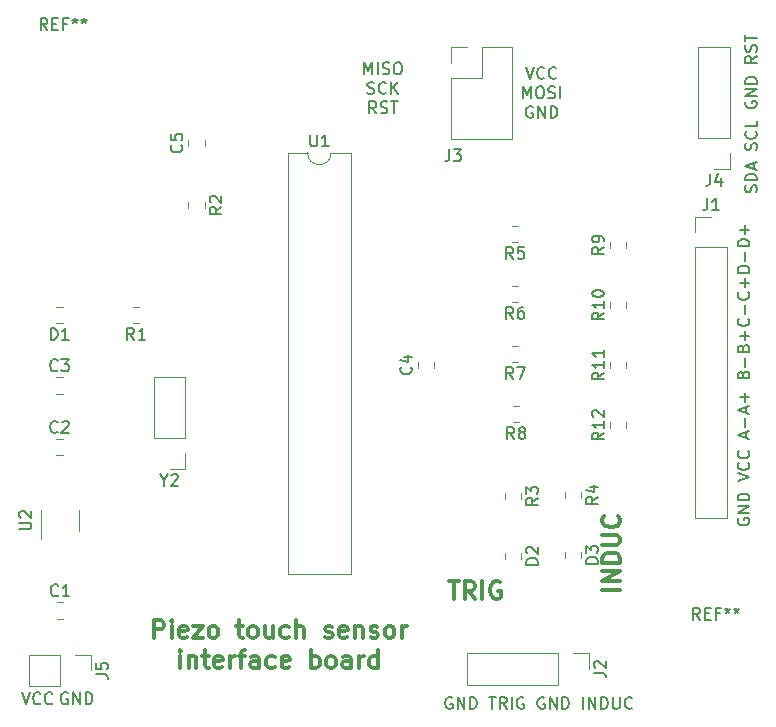
<source format=gto>
G04 #@! TF.GenerationSoftware,KiCad,Pcbnew,(5.1.2)-1*
G04 #@! TF.CreationDate,2019-09-17T06:22:35+02:00*
G04 #@! TF.ProjectId,PiezoBedSensor,5069657a-6f42-4656-9453-656e736f722e,rev?*
G04 #@! TF.SameCoordinates,Original*
G04 #@! TF.FileFunction,Legend,Top*
G04 #@! TF.FilePolarity,Positive*
%FSLAX46Y46*%
G04 Gerber Fmt 4.6, Leading zero omitted, Abs format (unit mm)*
G04 Created by KiCad (PCBNEW (5.1.2)-1) date 2019-09-17 06:22:35*
%MOMM*%
%LPD*%
G04 APERTURE LIST*
%ADD10C,0.300000*%
%ADD11C,0.150000*%
%ADD12C,0.120000*%
G04 APERTURE END LIST*
D10*
X147617571Y-99718428D02*
X146117571Y-99718428D01*
X147617571Y-99004142D02*
X146117571Y-99004142D01*
X147617571Y-98147000D01*
X146117571Y-98147000D01*
X147617571Y-97432714D02*
X146117571Y-97432714D01*
X146117571Y-97075571D01*
X146189000Y-96861285D01*
X146331857Y-96718428D01*
X146474714Y-96647000D01*
X146760428Y-96575571D01*
X146974714Y-96575571D01*
X147260428Y-96647000D01*
X147403285Y-96718428D01*
X147546142Y-96861285D01*
X147617571Y-97075571D01*
X147617571Y-97432714D01*
X146117571Y-95932714D02*
X147331857Y-95932714D01*
X147474714Y-95861285D01*
X147546142Y-95789857D01*
X147617571Y-95647000D01*
X147617571Y-95361285D01*
X147546142Y-95218428D01*
X147474714Y-95147000D01*
X147331857Y-95075571D01*
X146117571Y-95075571D01*
X147474714Y-93504142D02*
X147546142Y-93575571D01*
X147617571Y-93789857D01*
X147617571Y-93932714D01*
X147546142Y-94147000D01*
X147403285Y-94289857D01*
X147260428Y-94361285D01*
X146974714Y-94432714D01*
X146760428Y-94432714D01*
X146474714Y-94361285D01*
X146331857Y-94289857D01*
X146189000Y-94147000D01*
X146117571Y-93932714D01*
X146117571Y-93789857D01*
X146189000Y-93575571D01*
X146260428Y-93504142D01*
X133096285Y-99000571D02*
X133953428Y-99000571D01*
X133524857Y-100500571D02*
X133524857Y-99000571D01*
X135310571Y-100500571D02*
X134810571Y-99786285D01*
X134453428Y-100500571D02*
X134453428Y-99000571D01*
X135024857Y-99000571D01*
X135167714Y-99072000D01*
X135239142Y-99143428D01*
X135310571Y-99286285D01*
X135310571Y-99500571D01*
X135239142Y-99643428D01*
X135167714Y-99714857D01*
X135024857Y-99786285D01*
X134453428Y-99786285D01*
X135953428Y-100500571D02*
X135953428Y-99000571D01*
X137453428Y-99072000D02*
X137310571Y-99000571D01*
X137096285Y-99000571D01*
X136882000Y-99072000D01*
X136739142Y-99214857D01*
X136667714Y-99357714D01*
X136596285Y-99643428D01*
X136596285Y-99857714D01*
X136667714Y-100143428D01*
X136739142Y-100286285D01*
X136882000Y-100429142D01*
X137096285Y-100500571D01*
X137239142Y-100500571D01*
X137453428Y-100429142D01*
X137524857Y-100357714D01*
X137524857Y-99857714D01*
X137239142Y-99857714D01*
X108137857Y-103797571D02*
X108137857Y-102297571D01*
X108709285Y-102297571D01*
X108852142Y-102369000D01*
X108923571Y-102440428D01*
X108995000Y-102583285D01*
X108995000Y-102797571D01*
X108923571Y-102940428D01*
X108852142Y-103011857D01*
X108709285Y-103083285D01*
X108137857Y-103083285D01*
X109637857Y-103797571D02*
X109637857Y-102797571D01*
X109637857Y-102297571D02*
X109566428Y-102369000D01*
X109637857Y-102440428D01*
X109709285Y-102369000D01*
X109637857Y-102297571D01*
X109637857Y-102440428D01*
X110923571Y-103726142D02*
X110780714Y-103797571D01*
X110495000Y-103797571D01*
X110352142Y-103726142D01*
X110280714Y-103583285D01*
X110280714Y-103011857D01*
X110352142Y-102869000D01*
X110495000Y-102797571D01*
X110780714Y-102797571D01*
X110923571Y-102869000D01*
X110995000Y-103011857D01*
X110995000Y-103154714D01*
X110280714Y-103297571D01*
X111495000Y-102797571D02*
X112280714Y-102797571D01*
X111495000Y-103797571D01*
X112280714Y-103797571D01*
X113066428Y-103797571D02*
X112923571Y-103726142D01*
X112852142Y-103654714D01*
X112780714Y-103511857D01*
X112780714Y-103083285D01*
X112852142Y-102940428D01*
X112923571Y-102869000D01*
X113066428Y-102797571D01*
X113280714Y-102797571D01*
X113423571Y-102869000D01*
X113495000Y-102940428D01*
X113566428Y-103083285D01*
X113566428Y-103511857D01*
X113495000Y-103654714D01*
X113423571Y-103726142D01*
X113280714Y-103797571D01*
X113066428Y-103797571D01*
X115137857Y-102797571D02*
X115709285Y-102797571D01*
X115352142Y-102297571D02*
X115352142Y-103583285D01*
X115423571Y-103726142D01*
X115566428Y-103797571D01*
X115709285Y-103797571D01*
X116423571Y-103797571D02*
X116280714Y-103726142D01*
X116209285Y-103654714D01*
X116137857Y-103511857D01*
X116137857Y-103083285D01*
X116209285Y-102940428D01*
X116280714Y-102869000D01*
X116423571Y-102797571D01*
X116637857Y-102797571D01*
X116780714Y-102869000D01*
X116852142Y-102940428D01*
X116923571Y-103083285D01*
X116923571Y-103511857D01*
X116852142Y-103654714D01*
X116780714Y-103726142D01*
X116637857Y-103797571D01*
X116423571Y-103797571D01*
X118209285Y-102797571D02*
X118209285Y-103797571D01*
X117566428Y-102797571D02*
X117566428Y-103583285D01*
X117637857Y-103726142D01*
X117780714Y-103797571D01*
X117995000Y-103797571D01*
X118137857Y-103726142D01*
X118209285Y-103654714D01*
X119566428Y-103726142D02*
X119423571Y-103797571D01*
X119137857Y-103797571D01*
X118995000Y-103726142D01*
X118923571Y-103654714D01*
X118852142Y-103511857D01*
X118852142Y-103083285D01*
X118923571Y-102940428D01*
X118995000Y-102869000D01*
X119137857Y-102797571D01*
X119423571Y-102797571D01*
X119566428Y-102869000D01*
X120209285Y-103797571D02*
X120209285Y-102297571D01*
X120852142Y-103797571D02*
X120852142Y-103011857D01*
X120780714Y-102869000D01*
X120637857Y-102797571D01*
X120423571Y-102797571D01*
X120280714Y-102869000D01*
X120209285Y-102940428D01*
X122637857Y-103726142D02*
X122780714Y-103797571D01*
X123066428Y-103797571D01*
X123209285Y-103726142D01*
X123280714Y-103583285D01*
X123280714Y-103511857D01*
X123209285Y-103369000D01*
X123066428Y-103297571D01*
X122852142Y-103297571D01*
X122709285Y-103226142D01*
X122637857Y-103083285D01*
X122637857Y-103011857D01*
X122709285Y-102869000D01*
X122852142Y-102797571D01*
X123066428Y-102797571D01*
X123209285Y-102869000D01*
X124495000Y-103726142D02*
X124352142Y-103797571D01*
X124066428Y-103797571D01*
X123923571Y-103726142D01*
X123852142Y-103583285D01*
X123852142Y-103011857D01*
X123923571Y-102869000D01*
X124066428Y-102797571D01*
X124352142Y-102797571D01*
X124495000Y-102869000D01*
X124566428Y-103011857D01*
X124566428Y-103154714D01*
X123852142Y-103297571D01*
X125209285Y-102797571D02*
X125209285Y-103797571D01*
X125209285Y-102940428D02*
X125280714Y-102869000D01*
X125423571Y-102797571D01*
X125637857Y-102797571D01*
X125780714Y-102869000D01*
X125852142Y-103011857D01*
X125852142Y-103797571D01*
X126495000Y-103726142D02*
X126637857Y-103797571D01*
X126923571Y-103797571D01*
X127066428Y-103726142D01*
X127137857Y-103583285D01*
X127137857Y-103511857D01*
X127066428Y-103369000D01*
X126923571Y-103297571D01*
X126709285Y-103297571D01*
X126566428Y-103226142D01*
X126495000Y-103083285D01*
X126495000Y-103011857D01*
X126566428Y-102869000D01*
X126709285Y-102797571D01*
X126923571Y-102797571D01*
X127066428Y-102869000D01*
X127995000Y-103797571D02*
X127852142Y-103726142D01*
X127780714Y-103654714D01*
X127709285Y-103511857D01*
X127709285Y-103083285D01*
X127780714Y-102940428D01*
X127852142Y-102869000D01*
X127995000Y-102797571D01*
X128209285Y-102797571D01*
X128352142Y-102869000D01*
X128423571Y-102940428D01*
X128495000Y-103083285D01*
X128495000Y-103511857D01*
X128423571Y-103654714D01*
X128352142Y-103726142D01*
X128209285Y-103797571D01*
X127995000Y-103797571D01*
X129137857Y-103797571D02*
X129137857Y-102797571D01*
X129137857Y-103083285D02*
X129209285Y-102940428D01*
X129280714Y-102869000D01*
X129423571Y-102797571D01*
X129566428Y-102797571D01*
X110387857Y-106347571D02*
X110387857Y-105347571D01*
X110387857Y-104847571D02*
X110316428Y-104919000D01*
X110387857Y-104990428D01*
X110459285Y-104919000D01*
X110387857Y-104847571D01*
X110387857Y-104990428D01*
X111102142Y-105347571D02*
X111102142Y-106347571D01*
X111102142Y-105490428D02*
X111173571Y-105419000D01*
X111316428Y-105347571D01*
X111530714Y-105347571D01*
X111673571Y-105419000D01*
X111745000Y-105561857D01*
X111745000Y-106347571D01*
X112245000Y-105347571D02*
X112816428Y-105347571D01*
X112459285Y-104847571D02*
X112459285Y-106133285D01*
X112530714Y-106276142D01*
X112673571Y-106347571D01*
X112816428Y-106347571D01*
X113887857Y-106276142D02*
X113745000Y-106347571D01*
X113459285Y-106347571D01*
X113316428Y-106276142D01*
X113245000Y-106133285D01*
X113245000Y-105561857D01*
X113316428Y-105419000D01*
X113459285Y-105347571D01*
X113745000Y-105347571D01*
X113887857Y-105419000D01*
X113959285Y-105561857D01*
X113959285Y-105704714D01*
X113245000Y-105847571D01*
X114602142Y-106347571D02*
X114602142Y-105347571D01*
X114602142Y-105633285D02*
X114673571Y-105490428D01*
X114745000Y-105419000D01*
X114887857Y-105347571D01*
X115030714Y-105347571D01*
X115316428Y-105347571D02*
X115887857Y-105347571D01*
X115530714Y-106347571D02*
X115530714Y-105061857D01*
X115602142Y-104919000D01*
X115745000Y-104847571D01*
X115887857Y-104847571D01*
X117030714Y-106347571D02*
X117030714Y-105561857D01*
X116959285Y-105419000D01*
X116816428Y-105347571D01*
X116530714Y-105347571D01*
X116387857Y-105419000D01*
X117030714Y-106276142D02*
X116887857Y-106347571D01*
X116530714Y-106347571D01*
X116387857Y-106276142D01*
X116316428Y-106133285D01*
X116316428Y-105990428D01*
X116387857Y-105847571D01*
X116530714Y-105776142D01*
X116887857Y-105776142D01*
X117030714Y-105704714D01*
X118387857Y-106276142D02*
X118245000Y-106347571D01*
X117959285Y-106347571D01*
X117816428Y-106276142D01*
X117745000Y-106204714D01*
X117673571Y-106061857D01*
X117673571Y-105633285D01*
X117745000Y-105490428D01*
X117816428Y-105419000D01*
X117959285Y-105347571D01*
X118245000Y-105347571D01*
X118387857Y-105419000D01*
X119602142Y-106276142D02*
X119459285Y-106347571D01*
X119173571Y-106347571D01*
X119030714Y-106276142D01*
X118959285Y-106133285D01*
X118959285Y-105561857D01*
X119030714Y-105419000D01*
X119173571Y-105347571D01*
X119459285Y-105347571D01*
X119602142Y-105419000D01*
X119673571Y-105561857D01*
X119673571Y-105704714D01*
X118959285Y-105847571D01*
X121459285Y-106347571D02*
X121459285Y-104847571D01*
X121459285Y-105419000D02*
X121602142Y-105347571D01*
X121887857Y-105347571D01*
X122030714Y-105419000D01*
X122102142Y-105490428D01*
X122173571Y-105633285D01*
X122173571Y-106061857D01*
X122102142Y-106204714D01*
X122030714Y-106276142D01*
X121887857Y-106347571D01*
X121602142Y-106347571D01*
X121459285Y-106276142D01*
X123030714Y-106347571D02*
X122887857Y-106276142D01*
X122816428Y-106204714D01*
X122745000Y-106061857D01*
X122745000Y-105633285D01*
X122816428Y-105490428D01*
X122887857Y-105419000D01*
X123030714Y-105347571D01*
X123245000Y-105347571D01*
X123387857Y-105419000D01*
X123459285Y-105490428D01*
X123530714Y-105633285D01*
X123530714Y-106061857D01*
X123459285Y-106204714D01*
X123387857Y-106276142D01*
X123245000Y-106347571D01*
X123030714Y-106347571D01*
X124816428Y-106347571D02*
X124816428Y-105561857D01*
X124745000Y-105419000D01*
X124602142Y-105347571D01*
X124316428Y-105347571D01*
X124173571Y-105419000D01*
X124816428Y-106276142D02*
X124673571Y-106347571D01*
X124316428Y-106347571D01*
X124173571Y-106276142D01*
X124102142Y-106133285D01*
X124102142Y-105990428D01*
X124173571Y-105847571D01*
X124316428Y-105776142D01*
X124673571Y-105776142D01*
X124816428Y-105704714D01*
X125530714Y-106347571D02*
X125530714Y-105347571D01*
X125530714Y-105633285D02*
X125602142Y-105490428D01*
X125673571Y-105419000D01*
X125816428Y-105347571D01*
X125959285Y-105347571D01*
X127102142Y-106347571D02*
X127102142Y-104847571D01*
X127102142Y-106276142D02*
X126959285Y-106347571D01*
X126673571Y-106347571D01*
X126530714Y-106276142D01*
X126459285Y-106204714D01*
X126387857Y-106061857D01*
X126387857Y-105633285D01*
X126459285Y-105490428D01*
X126530714Y-105419000D01*
X126673571Y-105347571D01*
X126959285Y-105347571D01*
X127102142Y-105419000D01*
D11*
X139636666Y-55460380D02*
X139970000Y-56460380D01*
X140303333Y-55460380D01*
X141208095Y-56365142D02*
X141160476Y-56412761D01*
X141017619Y-56460380D01*
X140922380Y-56460380D01*
X140779523Y-56412761D01*
X140684285Y-56317523D01*
X140636666Y-56222285D01*
X140589047Y-56031809D01*
X140589047Y-55888952D01*
X140636666Y-55698476D01*
X140684285Y-55603238D01*
X140779523Y-55508000D01*
X140922380Y-55460380D01*
X141017619Y-55460380D01*
X141160476Y-55508000D01*
X141208095Y-55555619D01*
X142208095Y-56365142D02*
X142160476Y-56412761D01*
X142017619Y-56460380D01*
X141922380Y-56460380D01*
X141779523Y-56412761D01*
X141684285Y-56317523D01*
X141636666Y-56222285D01*
X141589047Y-56031809D01*
X141589047Y-55888952D01*
X141636666Y-55698476D01*
X141684285Y-55603238D01*
X141779523Y-55508000D01*
X141922380Y-55460380D01*
X142017619Y-55460380D01*
X142160476Y-55508000D01*
X142208095Y-55555619D01*
X139398571Y-58110380D02*
X139398571Y-57110380D01*
X139731904Y-57824666D01*
X140065238Y-57110380D01*
X140065238Y-58110380D01*
X140731904Y-57110380D02*
X140922380Y-57110380D01*
X141017619Y-57158000D01*
X141112857Y-57253238D01*
X141160476Y-57443714D01*
X141160476Y-57777047D01*
X141112857Y-57967523D01*
X141017619Y-58062761D01*
X140922380Y-58110380D01*
X140731904Y-58110380D01*
X140636666Y-58062761D01*
X140541428Y-57967523D01*
X140493809Y-57777047D01*
X140493809Y-57443714D01*
X140541428Y-57253238D01*
X140636666Y-57158000D01*
X140731904Y-57110380D01*
X141541428Y-58062761D02*
X141684285Y-58110380D01*
X141922380Y-58110380D01*
X142017619Y-58062761D01*
X142065238Y-58015142D01*
X142112857Y-57919904D01*
X142112857Y-57824666D01*
X142065238Y-57729428D01*
X142017619Y-57681809D01*
X141922380Y-57634190D01*
X141731904Y-57586571D01*
X141636666Y-57538952D01*
X141589047Y-57491333D01*
X141541428Y-57396095D01*
X141541428Y-57300857D01*
X141589047Y-57205619D01*
X141636666Y-57158000D01*
X141731904Y-57110380D01*
X141970000Y-57110380D01*
X142112857Y-57158000D01*
X142541428Y-58110380D02*
X142541428Y-57110380D01*
X140208095Y-58808000D02*
X140112857Y-58760380D01*
X139970000Y-58760380D01*
X139827142Y-58808000D01*
X139731904Y-58903238D01*
X139684285Y-58998476D01*
X139636666Y-59188952D01*
X139636666Y-59331809D01*
X139684285Y-59522285D01*
X139731904Y-59617523D01*
X139827142Y-59712761D01*
X139970000Y-59760380D01*
X140065238Y-59760380D01*
X140208095Y-59712761D01*
X140255714Y-59665142D01*
X140255714Y-59331809D01*
X140065238Y-59331809D01*
X140684285Y-59760380D02*
X140684285Y-58760380D01*
X141255714Y-59760380D01*
X141255714Y-58760380D01*
X141731904Y-59760380D02*
X141731904Y-58760380D01*
X141970000Y-58760380D01*
X142112857Y-58808000D01*
X142208095Y-58903238D01*
X142255714Y-58998476D01*
X142303333Y-59188952D01*
X142303333Y-59331809D01*
X142255714Y-59522285D01*
X142208095Y-59617523D01*
X142112857Y-59712761D01*
X141970000Y-59760380D01*
X141731904Y-59760380D01*
X125936571Y-56079380D02*
X125936571Y-55079380D01*
X126269904Y-55793666D01*
X126603238Y-55079380D01*
X126603238Y-56079380D01*
X127079428Y-56079380D02*
X127079428Y-55079380D01*
X127508000Y-56031761D02*
X127650857Y-56079380D01*
X127888952Y-56079380D01*
X127984190Y-56031761D01*
X128031809Y-55984142D01*
X128079428Y-55888904D01*
X128079428Y-55793666D01*
X128031809Y-55698428D01*
X127984190Y-55650809D01*
X127888952Y-55603190D01*
X127698476Y-55555571D01*
X127603238Y-55507952D01*
X127555619Y-55460333D01*
X127508000Y-55365095D01*
X127508000Y-55269857D01*
X127555619Y-55174619D01*
X127603238Y-55127000D01*
X127698476Y-55079380D01*
X127936571Y-55079380D01*
X128079428Y-55127000D01*
X128698476Y-55079380D02*
X128888952Y-55079380D01*
X128984190Y-55127000D01*
X129079428Y-55222238D01*
X129127047Y-55412714D01*
X129127047Y-55746047D01*
X129079428Y-55936523D01*
X128984190Y-56031761D01*
X128888952Y-56079380D01*
X128698476Y-56079380D01*
X128603238Y-56031761D01*
X128508000Y-55936523D01*
X128460380Y-55746047D01*
X128460380Y-55412714D01*
X128508000Y-55222238D01*
X128603238Y-55127000D01*
X128698476Y-55079380D01*
X126222285Y-57681761D02*
X126365142Y-57729380D01*
X126603238Y-57729380D01*
X126698476Y-57681761D01*
X126746095Y-57634142D01*
X126793714Y-57538904D01*
X126793714Y-57443666D01*
X126746095Y-57348428D01*
X126698476Y-57300809D01*
X126603238Y-57253190D01*
X126412761Y-57205571D01*
X126317523Y-57157952D01*
X126269904Y-57110333D01*
X126222285Y-57015095D01*
X126222285Y-56919857D01*
X126269904Y-56824619D01*
X126317523Y-56777000D01*
X126412761Y-56729380D01*
X126650857Y-56729380D01*
X126793714Y-56777000D01*
X127793714Y-57634142D02*
X127746095Y-57681761D01*
X127603238Y-57729380D01*
X127508000Y-57729380D01*
X127365142Y-57681761D01*
X127269904Y-57586523D01*
X127222285Y-57491285D01*
X127174666Y-57300809D01*
X127174666Y-57157952D01*
X127222285Y-56967476D01*
X127269904Y-56872238D01*
X127365142Y-56777000D01*
X127508000Y-56729380D01*
X127603238Y-56729380D01*
X127746095Y-56777000D01*
X127793714Y-56824619D01*
X128222285Y-57729380D02*
X128222285Y-56729380D01*
X128793714Y-57729380D02*
X128365142Y-57157952D01*
X128793714Y-56729380D02*
X128222285Y-57300809D01*
X126960380Y-59379380D02*
X126627047Y-58903190D01*
X126388952Y-59379380D02*
X126388952Y-58379380D01*
X126769904Y-58379380D01*
X126865142Y-58427000D01*
X126912761Y-58474619D01*
X126960380Y-58569857D01*
X126960380Y-58712714D01*
X126912761Y-58807952D01*
X126865142Y-58855571D01*
X126769904Y-58903190D01*
X126388952Y-58903190D01*
X127341333Y-59331761D02*
X127484190Y-59379380D01*
X127722285Y-59379380D01*
X127817523Y-59331761D01*
X127865142Y-59284142D01*
X127912761Y-59188904D01*
X127912761Y-59093666D01*
X127865142Y-58998428D01*
X127817523Y-58950809D01*
X127722285Y-58903190D01*
X127531809Y-58855571D01*
X127436571Y-58807952D01*
X127388952Y-58760333D01*
X127341333Y-58665095D01*
X127341333Y-58569857D01*
X127388952Y-58474619D01*
X127436571Y-58427000D01*
X127531809Y-58379380D01*
X127769904Y-58379380D01*
X127912761Y-58427000D01*
X128198476Y-58379380D02*
X128769904Y-58379380D01*
X128484190Y-59379380D02*
X128484190Y-58379380D01*
X159154761Y-66055047D02*
X159202380Y-65912190D01*
X159202380Y-65674095D01*
X159154761Y-65578857D01*
X159107142Y-65531238D01*
X159011904Y-65483619D01*
X158916666Y-65483619D01*
X158821428Y-65531238D01*
X158773809Y-65578857D01*
X158726190Y-65674095D01*
X158678571Y-65864571D01*
X158630952Y-65959809D01*
X158583333Y-66007428D01*
X158488095Y-66055047D01*
X158392857Y-66055047D01*
X158297619Y-66007428D01*
X158250000Y-65959809D01*
X158202380Y-65864571D01*
X158202380Y-65626476D01*
X158250000Y-65483619D01*
X159202380Y-65055047D02*
X158202380Y-65055047D01*
X158202380Y-64816952D01*
X158250000Y-64674095D01*
X158345238Y-64578857D01*
X158440476Y-64531238D01*
X158630952Y-64483619D01*
X158773809Y-64483619D01*
X158964285Y-64531238D01*
X159059523Y-64578857D01*
X159154761Y-64674095D01*
X159202380Y-64816952D01*
X159202380Y-65055047D01*
X158916666Y-64102666D02*
X158916666Y-63626476D01*
X159202380Y-64197904D02*
X158202380Y-63864571D01*
X159202380Y-63531238D01*
X159154761Y-62483619D02*
X159202380Y-62340761D01*
X159202380Y-62102666D01*
X159154761Y-62007428D01*
X159107142Y-61959809D01*
X159011904Y-61912190D01*
X158916666Y-61912190D01*
X158821428Y-61959809D01*
X158773809Y-62007428D01*
X158726190Y-62102666D01*
X158678571Y-62293142D01*
X158630952Y-62388380D01*
X158583333Y-62436000D01*
X158488095Y-62483619D01*
X158392857Y-62483619D01*
X158297619Y-62436000D01*
X158250000Y-62388380D01*
X158202380Y-62293142D01*
X158202380Y-62055047D01*
X158250000Y-61912190D01*
X159107142Y-60912190D02*
X159154761Y-60959809D01*
X159202380Y-61102666D01*
X159202380Y-61197904D01*
X159154761Y-61340761D01*
X159059523Y-61436000D01*
X158964285Y-61483619D01*
X158773809Y-61531238D01*
X158630952Y-61531238D01*
X158440476Y-61483619D01*
X158345238Y-61436000D01*
X158250000Y-61340761D01*
X158202380Y-61197904D01*
X158202380Y-61102666D01*
X158250000Y-60959809D01*
X158297619Y-60912190D01*
X159202380Y-60007428D02*
X159202380Y-60483619D01*
X158202380Y-60483619D01*
X158250000Y-58388380D02*
X158202380Y-58483619D01*
X158202380Y-58626476D01*
X158250000Y-58769333D01*
X158345238Y-58864571D01*
X158440476Y-58912190D01*
X158630952Y-58959809D01*
X158773809Y-58959809D01*
X158964285Y-58912190D01*
X159059523Y-58864571D01*
X159154761Y-58769333D01*
X159202380Y-58626476D01*
X159202380Y-58531238D01*
X159154761Y-58388380D01*
X159107142Y-58340761D01*
X158773809Y-58340761D01*
X158773809Y-58531238D01*
X159202380Y-57912190D02*
X158202380Y-57912190D01*
X159202380Y-57340761D01*
X158202380Y-57340761D01*
X159202380Y-56864571D02*
X158202380Y-56864571D01*
X158202380Y-56626476D01*
X158250000Y-56483619D01*
X158345238Y-56388380D01*
X158440476Y-56340761D01*
X158630952Y-56293142D01*
X158773809Y-56293142D01*
X158964285Y-56340761D01*
X159059523Y-56388380D01*
X159154761Y-56483619D01*
X159202380Y-56626476D01*
X159202380Y-56864571D01*
X159202380Y-54531238D02*
X158726190Y-54864571D01*
X159202380Y-55102666D02*
X158202380Y-55102666D01*
X158202380Y-54721714D01*
X158250000Y-54626476D01*
X158297619Y-54578857D01*
X158392857Y-54531238D01*
X158535714Y-54531238D01*
X158630952Y-54578857D01*
X158678571Y-54626476D01*
X158726190Y-54721714D01*
X158726190Y-55102666D01*
X159154761Y-54150285D02*
X159202380Y-54007428D01*
X159202380Y-53769333D01*
X159154761Y-53674095D01*
X159107142Y-53626476D01*
X159011904Y-53578857D01*
X158916666Y-53578857D01*
X158821428Y-53626476D01*
X158773809Y-53674095D01*
X158726190Y-53769333D01*
X158678571Y-53959809D01*
X158630952Y-54055047D01*
X158583333Y-54102666D01*
X158488095Y-54150285D01*
X158392857Y-54150285D01*
X158297619Y-54102666D01*
X158250000Y-54055047D01*
X158202380Y-53959809D01*
X158202380Y-53721714D01*
X158250000Y-53578857D01*
X158202380Y-53293142D02*
X158202380Y-52721714D01*
X159202380Y-53007428D02*
X158202380Y-53007428D01*
X157615000Y-93676857D02*
X157567380Y-93772095D01*
X157567380Y-93914952D01*
X157615000Y-94057809D01*
X157710238Y-94153047D01*
X157805476Y-94200666D01*
X157995952Y-94248285D01*
X158138809Y-94248285D01*
X158329285Y-94200666D01*
X158424523Y-94153047D01*
X158519761Y-94057809D01*
X158567380Y-93914952D01*
X158567380Y-93819714D01*
X158519761Y-93676857D01*
X158472142Y-93629238D01*
X158138809Y-93629238D01*
X158138809Y-93819714D01*
X158567380Y-93200666D02*
X157567380Y-93200666D01*
X158567380Y-92629238D01*
X157567380Y-92629238D01*
X158567380Y-92153047D02*
X157567380Y-92153047D01*
X157567380Y-91914952D01*
X157615000Y-91772095D01*
X157710238Y-91676857D01*
X157805476Y-91629238D01*
X157995952Y-91581619D01*
X158138809Y-91581619D01*
X158329285Y-91629238D01*
X158424523Y-91676857D01*
X158519761Y-91772095D01*
X158567380Y-91914952D01*
X158567380Y-92153047D01*
X157567380Y-90534000D02*
X158567380Y-90200666D01*
X157567380Y-89867333D01*
X158472142Y-88962571D02*
X158519761Y-89010190D01*
X158567380Y-89153047D01*
X158567380Y-89248285D01*
X158519761Y-89391142D01*
X158424523Y-89486380D01*
X158329285Y-89534000D01*
X158138809Y-89581619D01*
X157995952Y-89581619D01*
X157805476Y-89534000D01*
X157710238Y-89486380D01*
X157615000Y-89391142D01*
X157567380Y-89248285D01*
X157567380Y-89153047D01*
X157615000Y-89010190D01*
X157662619Y-88962571D01*
X158472142Y-87962571D02*
X158519761Y-88010190D01*
X158567380Y-88153047D01*
X158567380Y-88248285D01*
X158519761Y-88391142D01*
X158424523Y-88486380D01*
X158329285Y-88534000D01*
X158138809Y-88581619D01*
X157995952Y-88581619D01*
X157805476Y-88534000D01*
X157710238Y-88486380D01*
X157615000Y-88391142D01*
X157567380Y-88248285D01*
X157567380Y-88153047D01*
X157615000Y-88010190D01*
X157662619Y-87962571D01*
X158281666Y-86819714D02*
X158281666Y-86343523D01*
X158567380Y-86914952D02*
X157567380Y-86581619D01*
X158567380Y-86248285D01*
X158186428Y-85914952D02*
X158186428Y-85153047D01*
X158281666Y-84724476D02*
X158281666Y-84248285D01*
X158567380Y-84819714D02*
X157567380Y-84486380D01*
X158567380Y-84153047D01*
X158186428Y-83819714D02*
X158186428Y-83057809D01*
X158567380Y-83438761D02*
X157805476Y-83438761D01*
X158043571Y-81486380D02*
X158091190Y-81343523D01*
X158138809Y-81295904D01*
X158234047Y-81248285D01*
X158376904Y-81248285D01*
X158472142Y-81295904D01*
X158519761Y-81343523D01*
X158567380Y-81438761D01*
X158567380Y-81819714D01*
X157567380Y-81819714D01*
X157567380Y-81486380D01*
X157615000Y-81391142D01*
X157662619Y-81343523D01*
X157757857Y-81295904D01*
X157853095Y-81295904D01*
X157948333Y-81343523D01*
X157995952Y-81391142D01*
X158043571Y-81486380D01*
X158043571Y-81819714D01*
X158186428Y-80819714D02*
X158186428Y-80057809D01*
X158043571Y-79248285D02*
X158091190Y-79105428D01*
X158138809Y-79057809D01*
X158234047Y-79010190D01*
X158376904Y-79010190D01*
X158472142Y-79057809D01*
X158519761Y-79105428D01*
X158567380Y-79200666D01*
X158567380Y-79581619D01*
X157567380Y-79581619D01*
X157567380Y-79248285D01*
X157615000Y-79153047D01*
X157662619Y-79105428D01*
X157757857Y-79057809D01*
X157853095Y-79057809D01*
X157948333Y-79105428D01*
X157995952Y-79153047D01*
X158043571Y-79248285D01*
X158043571Y-79581619D01*
X158186428Y-78581619D02*
X158186428Y-77819714D01*
X158567380Y-78200666D02*
X157805476Y-78200666D01*
X158472142Y-76772095D02*
X158519761Y-76819714D01*
X158567380Y-76962571D01*
X158567380Y-77057809D01*
X158519761Y-77200666D01*
X158424523Y-77295904D01*
X158329285Y-77343523D01*
X158138809Y-77391142D01*
X157995952Y-77391142D01*
X157805476Y-77343523D01*
X157710238Y-77295904D01*
X157615000Y-77200666D01*
X157567380Y-77057809D01*
X157567380Y-76962571D01*
X157615000Y-76819714D01*
X157662619Y-76772095D01*
X158186428Y-76343523D02*
X158186428Y-75581619D01*
X158472142Y-74534000D02*
X158519761Y-74581619D01*
X158567380Y-74724476D01*
X158567380Y-74819714D01*
X158519761Y-74962571D01*
X158424523Y-75057809D01*
X158329285Y-75105428D01*
X158138809Y-75153047D01*
X157995952Y-75153047D01*
X157805476Y-75105428D01*
X157710238Y-75057809D01*
X157615000Y-74962571D01*
X157567380Y-74819714D01*
X157567380Y-74724476D01*
X157615000Y-74581619D01*
X157662619Y-74534000D01*
X158186428Y-74105428D02*
X158186428Y-73343523D01*
X158567380Y-73724476D02*
X157805476Y-73724476D01*
X158567380Y-72867333D02*
X157567380Y-72867333D01*
X157567380Y-72629238D01*
X157615000Y-72486380D01*
X157710238Y-72391142D01*
X157805476Y-72343523D01*
X157995952Y-72295904D01*
X158138809Y-72295904D01*
X158329285Y-72343523D01*
X158424523Y-72391142D01*
X158519761Y-72486380D01*
X158567380Y-72629238D01*
X158567380Y-72867333D01*
X158186428Y-71867333D02*
X158186428Y-71105428D01*
X158567380Y-70629238D02*
X157567380Y-70629238D01*
X157567380Y-70391142D01*
X157615000Y-70248285D01*
X157710238Y-70153047D01*
X157805476Y-70105428D01*
X157995952Y-70057809D01*
X158138809Y-70057809D01*
X158329285Y-70105428D01*
X158424523Y-70153047D01*
X158519761Y-70248285D01*
X158567380Y-70391142D01*
X158567380Y-70629238D01*
X158186428Y-69629238D02*
X158186428Y-68867333D01*
X158567380Y-69248285D02*
X157805476Y-69248285D01*
X133382666Y-108847000D02*
X133287428Y-108799380D01*
X133144571Y-108799380D01*
X133001714Y-108847000D01*
X132906476Y-108942238D01*
X132858857Y-109037476D01*
X132811238Y-109227952D01*
X132811238Y-109370809D01*
X132858857Y-109561285D01*
X132906476Y-109656523D01*
X133001714Y-109751761D01*
X133144571Y-109799380D01*
X133239809Y-109799380D01*
X133382666Y-109751761D01*
X133430285Y-109704142D01*
X133430285Y-109370809D01*
X133239809Y-109370809D01*
X133858857Y-109799380D02*
X133858857Y-108799380D01*
X134430285Y-109799380D01*
X134430285Y-108799380D01*
X134906476Y-109799380D02*
X134906476Y-108799380D01*
X135144571Y-108799380D01*
X135287428Y-108847000D01*
X135382666Y-108942238D01*
X135430285Y-109037476D01*
X135477904Y-109227952D01*
X135477904Y-109370809D01*
X135430285Y-109561285D01*
X135382666Y-109656523D01*
X135287428Y-109751761D01*
X135144571Y-109799380D01*
X134906476Y-109799380D01*
X136525523Y-108799380D02*
X137096952Y-108799380D01*
X136811238Y-109799380D02*
X136811238Y-108799380D01*
X138001714Y-109799380D02*
X137668380Y-109323190D01*
X137430285Y-109799380D02*
X137430285Y-108799380D01*
X137811238Y-108799380D01*
X137906476Y-108847000D01*
X137954095Y-108894619D01*
X138001714Y-108989857D01*
X138001714Y-109132714D01*
X137954095Y-109227952D01*
X137906476Y-109275571D01*
X137811238Y-109323190D01*
X137430285Y-109323190D01*
X138430285Y-109799380D02*
X138430285Y-108799380D01*
X139430285Y-108847000D02*
X139335047Y-108799380D01*
X139192190Y-108799380D01*
X139049333Y-108847000D01*
X138954095Y-108942238D01*
X138906476Y-109037476D01*
X138858857Y-109227952D01*
X138858857Y-109370809D01*
X138906476Y-109561285D01*
X138954095Y-109656523D01*
X139049333Y-109751761D01*
X139192190Y-109799380D01*
X139287428Y-109799380D01*
X139430285Y-109751761D01*
X139477904Y-109704142D01*
X139477904Y-109370809D01*
X139287428Y-109370809D01*
X141192190Y-108847000D02*
X141096952Y-108799380D01*
X140954095Y-108799380D01*
X140811238Y-108847000D01*
X140716000Y-108942238D01*
X140668380Y-109037476D01*
X140620761Y-109227952D01*
X140620761Y-109370809D01*
X140668380Y-109561285D01*
X140716000Y-109656523D01*
X140811238Y-109751761D01*
X140954095Y-109799380D01*
X141049333Y-109799380D01*
X141192190Y-109751761D01*
X141239809Y-109704142D01*
X141239809Y-109370809D01*
X141049333Y-109370809D01*
X141668380Y-109799380D02*
X141668380Y-108799380D01*
X142239809Y-109799380D01*
X142239809Y-108799380D01*
X142716000Y-109799380D02*
X142716000Y-108799380D01*
X142954095Y-108799380D01*
X143096952Y-108847000D01*
X143192190Y-108942238D01*
X143239809Y-109037476D01*
X143287428Y-109227952D01*
X143287428Y-109370809D01*
X143239809Y-109561285D01*
X143192190Y-109656523D01*
X143096952Y-109751761D01*
X142954095Y-109799380D01*
X142716000Y-109799380D01*
X144477904Y-109799380D02*
X144477904Y-108799380D01*
X144954095Y-109799380D02*
X144954095Y-108799380D01*
X145525523Y-109799380D01*
X145525523Y-108799380D01*
X146001714Y-109799380D02*
X146001714Y-108799380D01*
X146239809Y-108799380D01*
X146382666Y-108847000D01*
X146477904Y-108942238D01*
X146525523Y-109037476D01*
X146573142Y-109227952D01*
X146573142Y-109370809D01*
X146525523Y-109561285D01*
X146477904Y-109656523D01*
X146382666Y-109751761D01*
X146239809Y-109799380D01*
X146001714Y-109799380D01*
X147001714Y-108799380D02*
X147001714Y-109608904D01*
X147049333Y-109704142D01*
X147096952Y-109751761D01*
X147192190Y-109799380D01*
X147382666Y-109799380D01*
X147477904Y-109751761D01*
X147525523Y-109704142D01*
X147573142Y-109608904D01*
X147573142Y-108799380D01*
X148620761Y-109704142D02*
X148573142Y-109751761D01*
X148430285Y-109799380D01*
X148335047Y-109799380D01*
X148192190Y-109751761D01*
X148096952Y-109656523D01*
X148049333Y-109561285D01*
X148001714Y-109370809D01*
X148001714Y-109227952D01*
X148049333Y-109037476D01*
X148096952Y-108942238D01*
X148192190Y-108847000D01*
X148335047Y-108799380D01*
X148430285Y-108799380D01*
X148573142Y-108847000D01*
X148620761Y-108894619D01*
X100838095Y-108466000D02*
X100742857Y-108418380D01*
X100600000Y-108418380D01*
X100457142Y-108466000D01*
X100361904Y-108561238D01*
X100314285Y-108656476D01*
X100266666Y-108846952D01*
X100266666Y-108989809D01*
X100314285Y-109180285D01*
X100361904Y-109275523D01*
X100457142Y-109370761D01*
X100600000Y-109418380D01*
X100695238Y-109418380D01*
X100838095Y-109370761D01*
X100885714Y-109323142D01*
X100885714Y-108989809D01*
X100695238Y-108989809D01*
X101314285Y-109418380D02*
X101314285Y-108418380D01*
X101885714Y-109418380D01*
X101885714Y-108418380D01*
X102361904Y-109418380D02*
X102361904Y-108418380D01*
X102600000Y-108418380D01*
X102742857Y-108466000D01*
X102838095Y-108561238D01*
X102885714Y-108656476D01*
X102933333Y-108846952D01*
X102933333Y-108989809D01*
X102885714Y-109180285D01*
X102838095Y-109275523D01*
X102742857Y-109370761D01*
X102600000Y-109418380D01*
X102361904Y-109418380D01*
X96964666Y-108418380D02*
X97298000Y-109418380D01*
X97631333Y-108418380D01*
X98536095Y-109323142D02*
X98488476Y-109370761D01*
X98345619Y-109418380D01*
X98250380Y-109418380D01*
X98107523Y-109370761D01*
X98012285Y-109275523D01*
X97964666Y-109180285D01*
X97917047Y-108989809D01*
X97917047Y-108846952D01*
X97964666Y-108656476D01*
X98012285Y-108561238D01*
X98107523Y-108466000D01*
X98250380Y-108418380D01*
X98345619Y-108418380D01*
X98488476Y-108466000D01*
X98536095Y-108513619D01*
X99536095Y-109323142D02*
X99488476Y-109370761D01*
X99345619Y-109418380D01*
X99250380Y-109418380D01*
X99107523Y-109370761D01*
X99012285Y-109275523D01*
X98964666Y-109180285D01*
X98917047Y-108989809D01*
X98917047Y-108846952D01*
X98964666Y-108656476D01*
X99012285Y-108561238D01*
X99107523Y-108466000D01*
X99250380Y-108418380D01*
X99345619Y-108418380D01*
X99488476Y-108466000D01*
X99536095Y-108513619D01*
D12*
X112470000Y-62156078D02*
X112470000Y-61638922D01*
X111050000Y-62156078D02*
X111050000Y-61638922D01*
X131901000Y-80952078D02*
X131901000Y-80434922D01*
X130481000Y-80952078D02*
X130481000Y-80434922D01*
X99895922Y-83133000D02*
X100413078Y-83133000D01*
X99895922Y-81713000D02*
X100413078Y-81713000D01*
X99895922Y-88340000D02*
X100413078Y-88340000D01*
X99895922Y-86920000D02*
X100413078Y-86920000D01*
X99944422Y-102183000D02*
X100461578Y-102183000D01*
X99944422Y-100763000D02*
X100461578Y-100763000D01*
X110804000Y-89468000D02*
X109474000Y-89468000D01*
X110804000Y-88138000D02*
X110804000Y-89468000D01*
X110804000Y-86868000D02*
X108144000Y-86868000D01*
X108144000Y-86868000D02*
X108144000Y-81728000D01*
X110804000Y-86868000D02*
X110804000Y-81728000D01*
X110804000Y-81728000D02*
X108144000Y-81728000D01*
X98593000Y-92953000D02*
X98593000Y-95403000D01*
X101813000Y-94753000D02*
X101813000Y-92953000D01*
X124800000Y-62725000D02*
X123150000Y-62725000D01*
X124800000Y-98405000D02*
X124800000Y-62725000D01*
X119500000Y-98405000D02*
X124800000Y-98405000D01*
X119500000Y-62725000D02*
X119500000Y-98405000D01*
X121150000Y-62725000D02*
X119500000Y-62725000D01*
X123150000Y-62725000D02*
G75*
G02X121150000Y-62725000I-1000000J0D01*
G01*
X148157000Y-86032078D02*
X148157000Y-85514922D01*
X146737000Y-86032078D02*
X146737000Y-85514922D01*
X148157000Y-80952078D02*
X148157000Y-80434922D01*
X146737000Y-80952078D02*
X146737000Y-80434922D01*
X148157000Y-75872078D02*
X148157000Y-75354922D01*
X146737000Y-75872078D02*
X146737000Y-75354922D01*
X148157000Y-70792078D02*
X148157000Y-70274922D01*
X146737000Y-70792078D02*
X146737000Y-70274922D01*
X139069578Y-84126000D02*
X138552422Y-84126000D01*
X139069578Y-85546000D02*
X138552422Y-85546000D01*
X138991078Y-79046000D02*
X138473922Y-79046000D01*
X138991078Y-80466000D02*
X138473922Y-80466000D01*
X138991078Y-73966000D02*
X138473922Y-73966000D01*
X138991078Y-75386000D02*
X138473922Y-75386000D01*
X138991078Y-68886000D02*
X138473922Y-68886000D01*
X138991078Y-70306000D02*
X138473922Y-70306000D01*
X142927000Y-91435422D02*
X142927000Y-91952578D01*
X144347000Y-91435422D02*
X144347000Y-91952578D01*
X137847000Y-91513922D02*
X137847000Y-92031078D01*
X139267000Y-91513922D02*
X139267000Y-92031078D01*
X111050000Y-66875922D02*
X111050000Y-67393078D01*
X112470000Y-66875922D02*
X112470000Y-67393078D01*
X106890078Y-75744000D02*
X106372922Y-75744000D01*
X106890078Y-77164000D02*
X106372922Y-77164000D01*
X102803000Y-105223000D02*
X102803000Y-106553000D01*
X101473000Y-105223000D02*
X102803000Y-105223000D01*
X100203000Y-105223000D02*
X100203000Y-107883000D01*
X100203000Y-107883000D02*
X97603000Y-107883000D01*
X100203000Y-105223000D02*
X97603000Y-105223000D01*
X97603000Y-105223000D02*
X97603000Y-107883000D01*
X156905000Y-64068000D02*
X155575000Y-64068000D01*
X156905000Y-62738000D02*
X156905000Y-64068000D01*
X156905000Y-61468000D02*
X154245000Y-61468000D01*
X154245000Y-61468000D02*
X154245000Y-53788000D01*
X156905000Y-61468000D02*
X156905000Y-53788000D01*
X156905000Y-53788000D02*
X154245000Y-53788000D01*
X133290000Y-53788000D02*
X134620000Y-53788000D01*
X133290000Y-55118000D02*
X133290000Y-53788000D01*
X135890000Y-53788000D02*
X138490000Y-53788000D01*
X135890000Y-56388000D02*
X135890000Y-53788000D01*
X133290000Y-56388000D02*
X135890000Y-56388000D01*
X138490000Y-53788000D02*
X138490000Y-61528000D01*
X133290000Y-56388000D02*
X133290000Y-61528000D01*
X133290000Y-61528000D02*
X138490000Y-61528000D01*
X144967000Y-105096000D02*
X144967000Y-106426000D01*
X143637000Y-105096000D02*
X144967000Y-105096000D01*
X142367000Y-105096000D02*
X142367000Y-107756000D01*
X142367000Y-107756000D02*
X134687000Y-107756000D01*
X142367000Y-105096000D02*
X134687000Y-105096000D01*
X134687000Y-105096000D02*
X134687000Y-107756000D01*
X153991000Y-68139000D02*
X155321000Y-68139000D01*
X153991000Y-69469000D02*
X153991000Y-68139000D01*
X153991000Y-70739000D02*
X156651000Y-70739000D01*
X156651000Y-70739000D02*
X156651000Y-93659000D01*
X153991000Y-70739000D02*
X153991000Y-93659000D01*
X153991000Y-93659000D02*
X156651000Y-93659000D01*
X142927000Y-96515422D02*
X142927000Y-97032578D01*
X144347000Y-96515422D02*
X144347000Y-97032578D01*
X137847000Y-96593922D02*
X137847000Y-97111078D01*
X139267000Y-96593922D02*
X139267000Y-97111078D01*
X100413078Y-75744000D02*
X99895922Y-75744000D01*
X100413078Y-77164000D02*
X99895922Y-77164000D01*
D11*
X99123666Y-52332380D02*
X98790333Y-51856190D01*
X98552238Y-52332380D02*
X98552238Y-51332380D01*
X98933190Y-51332380D01*
X99028428Y-51380000D01*
X99076047Y-51427619D01*
X99123666Y-51522857D01*
X99123666Y-51665714D01*
X99076047Y-51760952D01*
X99028428Y-51808571D01*
X98933190Y-51856190D01*
X98552238Y-51856190D01*
X99552238Y-51808571D02*
X99885571Y-51808571D01*
X100028428Y-52332380D02*
X99552238Y-52332380D01*
X99552238Y-51332380D01*
X100028428Y-51332380D01*
X100790333Y-51808571D02*
X100457000Y-51808571D01*
X100457000Y-52332380D02*
X100457000Y-51332380D01*
X100933190Y-51332380D01*
X101457000Y-51332380D02*
X101457000Y-51570476D01*
X101218904Y-51475238D02*
X101457000Y-51570476D01*
X101695095Y-51475238D01*
X101314142Y-51760952D02*
X101457000Y-51570476D01*
X101599857Y-51760952D01*
X102218904Y-51332380D02*
X102218904Y-51570476D01*
X101980809Y-51475238D02*
X102218904Y-51570476D01*
X102457000Y-51475238D01*
X102076047Y-51760952D02*
X102218904Y-51570476D01*
X102361761Y-51760952D01*
X154368666Y-102243380D02*
X154035333Y-101767190D01*
X153797238Y-102243380D02*
X153797238Y-101243380D01*
X154178190Y-101243380D01*
X154273428Y-101291000D01*
X154321047Y-101338619D01*
X154368666Y-101433857D01*
X154368666Y-101576714D01*
X154321047Y-101671952D01*
X154273428Y-101719571D01*
X154178190Y-101767190D01*
X153797238Y-101767190D01*
X154797238Y-101719571D02*
X155130571Y-101719571D01*
X155273428Y-102243380D02*
X154797238Y-102243380D01*
X154797238Y-101243380D01*
X155273428Y-101243380D01*
X156035333Y-101719571D02*
X155702000Y-101719571D01*
X155702000Y-102243380D02*
X155702000Y-101243380D01*
X156178190Y-101243380D01*
X156702000Y-101243380D02*
X156702000Y-101481476D01*
X156463904Y-101386238D02*
X156702000Y-101481476D01*
X156940095Y-101386238D01*
X156559142Y-101671952D02*
X156702000Y-101481476D01*
X156844857Y-101671952D01*
X157463904Y-101243380D02*
X157463904Y-101481476D01*
X157225809Y-101386238D02*
X157463904Y-101481476D01*
X157702000Y-101386238D01*
X157321047Y-101671952D02*
X157463904Y-101481476D01*
X157606761Y-101671952D01*
X110467142Y-62064166D02*
X110514761Y-62111785D01*
X110562380Y-62254642D01*
X110562380Y-62349880D01*
X110514761Y-62492738D01*
X110419523Y-62587976D01*
X110324285Y-62635595D01*
X110133809Y-62683214D01*
X109990952Y-62683214D01*
X109800476Y-62635595D01*
X109705238Y-62587976D01*
X109610000Y-62492738D01*
X109562380Y-62349880D01*
X109562380Y-62254642D01*
X109610000Y-62111785D01*
X109657619Y-62064166D01*
X109562380Y-61159404D02*
X109562380Y-61635595D01*
X110038571Y-61683214D01*
X109990952Y-61635595D01*
X109943333Y-61540357D01*
X109943333Y-61302261D01*
X109990952Y-61207023D01*
X110038571Y-61159404D01*
X110133809Y-61111785D01*
X110371904Y-61111785D01*
X110467142Y-61159404D01*
X110514761Y-61207023D01*
X110562380Y-61302261D01*
X110562380Y-61540357D01*
X110514761Y-61635595D01*
X110467142Y-61683214D01*
X129898142Y-80860166D02*
X129945761Y-80907785D01*
X129993380Y-81050642D01*
X129993380Y-81145880D01*
X129945761Y-81288738D01*
X129850523Y-81383976D01*
X129755285Y-81431595D01*
X129564809Y-81479214D01*
X129421952Y-81479214D01*
X129231476Y-81431595D01*
X129136238Y-81383976D01*
X129041000Y-81288738D01*
X128993380Y-81145880D01*
X128993380Y-81050642D01*
X129041000Y-80907785D01*
X129088619Y-80860166D01*
X129326714Y-80003023D02*
X129993380Y-80003023D01*
X128945761Y-80241119D02*
X129660047Y-80479214D01*
X129660047Y-79860166D01*
X99987833Y-81130142D02*
X99940214Y-81177761D01*
X99797357Y-81225380D01*
X99702119Y-81225380D01*
X99559261Y-81177761D01*
X99464023Y-81082523D01*
X99416404Y-80987285D01*
X99368785Y-80796809D01*
X99368785Y-80653952D01*
X99416404Y-80463476D01*
X99464023Y-80368238D01*
X99559261Y-80273000D01*
X99702119Y-80225380D01*
X99797357Y-80225380D01*
X99940214Y-80273000D01*
X99987833Y-80320619D01*
X100321166Y-80225380D02*
X100940214Y-80225380D01*
X100606880Y-80606333D01*
X100749738Y-80606333D01*
X100844976Y-80653952D01*
X100892595Y-80701571D01*
X100940214Y-80796809D01*
X100940214Y-81034904D01*
X100892595Y-81130142D01*
X100844976Y-81177761D01*
X100749738Y-81225380D01*
X100464023Y-81225380D01*
X100368785Y-81177761D01*
X100321166Y-81130142D01*
X99987833Y-86337142D02*
X99940214Y-86384761D01*
X99797357Y-86432380D01*
X99702119Y-86432380D01*
X99559261Y-86384761D01*
X99464023Y-86289523D01*
X99416404Y-86194285D01*
X99368785Y-86003809D01*
X99368785Y-85860952D01*
X99416404Y-85670476D01*
X99464023Y-85575238D01*
X99559261Y-85480000D01*
X99702119Y-85432380D01*
X99797357Y-85432380D01*
X99940214Y-85480000D01*
X99987833Y-85527619D01*
X100368785Y-85527619D02*
X100416404Y-85480000D01*
X100511642Y-85432380D01*
X100749738Y-85432380D01*
X100844976Y-85480000D01*
X100892595Y-85527619D01*
X100940214Y-85622857D01*
X100940214Y-85718095D01*
X100892595Y-85860952D01*
X100321166Y-86432380D01*
X100940214Y-86432380D01*
X100036333Y-100180142D02*
X99988714Y-100227761D01*
X99845857Y-100275380D01*
X99750619Y-100275380D01*
X99607761Y-100227761D01*
X99512523Y-100132523D01*
X99464904Y-100037285D01*
X99417285Y-99846809D01*
X99417285Y-99703952D01*
X99464904Y-99513476D01*
X99512523Y-99418238D01*
X99607761Y-99323000D01*
X99750619Y-99275380D01*
X99845857Y-99275380D01*
X99988714Y-99323000D01*
X100036333Y-99370619D01*
X100988714Y-100275380D02*
X100417285Y-100275380D01*
X100703000Y-100275380D02*
X100703000Y-99275380D01*
X100607761Y-99418238D01*
X100512523Y-99513476D01*
X100417285Y-99561095D01*
X108997809Y-90444190D02*
X108997809Y-90920380D01*
X108664476Y-89920380D02*
X108997809Y-90444190D01*
X109331142Y-89920380D01*
X109616857Y-90015619D02*
X109664476Y-89968000D01*
X109759714Y-89920380D01*
X109997809Y-89920380D01*
X110093047Y-89968000D01*
X110140666Y-90015619D01*
X110188285Y-90110857D01*
X110188285Y-90206095D01*
X110140666Y-90348952D01*
X109569238Y-90920380D01*
X110188285Y-90920380D01*
X96755380Y-94614904D02*
X97564904Y-94614904D01*
X97660142Y-94567285D01*
X97707761Y-94519666D01*
X97755380Y-94424428D01*
X97755380Y-94233952D01*
X97707761Y-94138714D01*
X97660142Y-94091095D01*
X97564904Y-94043476D01*
X96755380Y-94043476D01*
X96850619Y-93614904D02*
X96803000Y-93567285D01*
X96755380Y-93472047D01*
X96755380Y-93233952D01*
X96803000Y-93138714D01*
X96850619Y-93091095D01*
X96945857Y-93043476D01*
X97041095Y-93043476D01*
X97183952Y-93091095D01*
X97755380Y-93662523D01*
X97755380Y-93043476D01*
X121388095Y-61177380D02*
X121388095Y-61986904D01*
X121435714Y-62082142D01*
X121483333Y-62129761D01*
X121578571Y-62177380D01*
X121769047Y-62177380D01*
X121864285Y-62129761D01*
X121911904Y-62082142D01*
X121959523Y-61986904D01*
X121959523Y-61177380D01*
X122959523Y-62177380D02*
X122388095Y-62177380D01*
X122673809Y-62177380D02*
X122673809Y-61177380D01*
X122578571Y-61320238D01*
X122483333Y-61415476D01*
X122388095Y-61463095D01*
X146249380Y-86416357D02*
X145773190Y-86749690D01*
X146249380Y-86987785D02*
X145249380Y-86987785D01*
X145249380Y-86606833D01*
X145297000Y-86511595D01*
X145344619Y-86463976D01*
X145439857Y-86416357D01*
X145582714Y-86416357D01*
X145677952Y-86463976D01*
X145725571Y-86511595D01*
X145773190Y-86606833D01*
X145773190Y-86987785D01*
X146249380Y-85463976D02*
X146249380Y-86035404D01*
X146249380Y-85749690D02*
X145249380Y-85749690D01*
X145392238Y-85844928D01*
X145487476Y-85940166D01*
X145535095Y-86035404D01*
X145344619Y-85083023D02*
X145297000Y-85035404D01*
X145249380Y-84940166D01*
X145249380Y-84702071D01*
X145297000Y-84606833D01*
X145344619Y-84559214D01*
X145439857Y-84511595D01*
X145535095Y-84511595D01*
X145677952Y-84559214D01*
X146249380Y-85130642D01*
X146249380Y-84511595D01*
X146249380Y-81336357D02*
X145773190Y-81669690D01*
X146249380Y-81907785D02*
X145249380Y-81907785D01*
X145249380Y-81526833D01*
X145297000Y-81431595D01*
X145344619Y-81383976D01*
X145439857Y-81336357D01*
X145582714Y-81336357D01*
X145677952Y-81383976D01*
X145725571Y-81431595D01*
X145773190Y-81526833D01*
X145773190Y-81907785D01*
X146249380Y-80383976D02*
X146249380Y-80955404D01*
X146249380Y-80669690D02*
X145249380Y-80669690D01*
X145392238Y-80764928D01*
X145487476Y-80860166D01*
X145535095Y-80955404D01*
X146249380Y-79431595D02*
X146249380Y-80003023D01*
X146249380Y-79717309D02*
X145249380Y-79717309D01*
X145392238Y-79812547D01*
X145487476Y-79907785D01*
X145535095Y-80003023D01*
X146249380Y-76256357D02*
X145773190Y-76589690D01*
X146249380Y-76827785D02*
X145249380Y-76827785D01*
X145249380Y-76446833D01*
X145297000Y-76351595D01*
X145344619Y-76303976D01*
X145439857Y-76256357D01*
X145582714Y-76256357D01*
X145677952Y-76303976D01*
X145725571Y-76351595D01*
X145773190Y-76446833D01*
X145773190Y-76827785D01*
X146249380Y-75303976D02*
X146249380Y-75875404D01*
X146249380Y-75589690D02*
X145249380Y-75589690D01*
X145392238Y-75684928D01*
X145487476Y-75780166D01*
X145535095Y-75875404D01*
X145249380Y-74684928D02*
X145249380Y-74589690D01*
X145297000Y-74494452D01*
X145344619Y-74446833D01*
X145439857Y-74399214D01*
X145630333Y-74351595D01*
X145868428Y-74351595D01*
X146058904Y-74399214D01*
X146154142Y-74446833D01*
X146201761Y-74494452D01*
X146249380Y-74589690D01*
X146249380Y-74684928D01*
X146201761Y-74780166D01*
X146154142Y-74827785D01*
X146058904Y-74875404D01*
X145868428Y-74923023D01*
X145630333Y-74923023D01*
X145439857Y-74875404D01*
X145344619Y-74827785D01*
X145297000Y-74780166D01*
X145249380Y-74684928D01*
X146249380Y-70700166D02*
X145773190Y-71033500D01*
X146249380Y-71271595D02*
X145249380Y-71271595D01*
X145249380Y-70890642D01*
X145297000Y-70795404D01*
X145344619Y-70747785D01*
X145439857Y-70700166D01*
X145582714Y-70700166D01*
X145677952Y-70747785D01*
X145725571Y-70795404D01*
X145773190Y-70890642D01*
X145773190Y-71271595D01*
X146249380Y-70223976D02*
X146249380Y-70033500D01*
X146201761Y-69938261D01*
X146154142Y-69890642D01*
X146011285Y-69795404D01*
X145820809Y-69747785D01*
X145439857Y-69747785D01*
X145344619Y-69795404D01*
X145297000Y-69843023D01*
X145249380Y-69938261D01*
X145249380Y-70128738D01*
X145297000Y-70223976D01*
X145344619Y-70271595D01*
X145439857Y-70319214D01*
X145677952Y-70319214D01*
X145773190Y-70271595D01*
X145820809Y-70223976D01*
X145868428Y-70128738D01*
X145868428Y-69938261D01*
X145820809Y-69843023D01*
X145773190Y-69795404D01*
X145677952Y-69747785D01*
X138644333Y-86938380D02*
X138311000Y-86462190D01*
X138072904Y-86938380D02*
X138072904Y-85938380D01*
X138453857Y-85938380D01*
X138549095Y-85986000D01*
X138596714Y-86033619D01*
X138644333Y-86128857D01*
X138644333Y-86271714D01*
X138596714Y-86366952D01*
X138549095Y-86414571D01*
X138453857Y-86462190D01*
X138072904Y-86462190D01*
X139215761Y-86366952D02*
X139120523Y-86319333D01*
X139072904Y-86271714D01*
X139025285Y-86176476D01*
X139025285Y-86128857D01*
X139072904Y-86033619D01*
X139120523Y-85986000D01*
X139215761Y-85938380D01*
X139406238Y-85938380D01*
X139501476Y-85986000D01*
X139549095Y-86033619D01*
X139596714Y-86128857D01*
X139596714Y-86176476D01*
X139549095Y-86271714D01*
X139501476Y-86319333D01*
X139406238Y-86366952D01*
X139215761Y-86366952D01*
X139120523Y-86414571D01*
X139072904Y-86462190D01*
X139025285Y-86557428D01*
X139025285Y-86747904D01*
X139072904Y-86843142D01*
X139120523Y-86890761D01*
X139215761Y-86938380D01*
X139406238Y-86938380D01*
X139501476Y-86890761D01*
X139549095Y-86843142D01*
X139596714Y-86747904D01*
X139596714Y-86557428D01*
X139549095Y-86462190D01*
X139501476Y-86414571D01*
X139406238Y-86366952D01*
X138565833Y-81858380D02*
X138232500Y-81382190D01*
X137994404Y-81858380D02*
X137994404Y-80858380D01*
X138375357Y-80858380D01*
X138470595Y-80906000D01*
X138518214Y-80953619D01*
X138565833Y-81048857D01*
X138565833Y-81191714D01*
X138518214Y-81286952D01*
X138470595Y-81334571D01*
X138375357Y-81382190D01*
X137994404Y-81382190D01*
X138899166Y-80858380D02*
X139565833Y-80858380D01*
X139137261Y-81858380D01*
X138565833Y-76778380D02*
X138232500Y-76302190D01*
X137994404Y-76778380D02*
X137994404Y-75778380D01*
X138375357Y-75778380D01*
X138470595Y-75826000D01*
X138518214Y-75873619D01*
X138565833Y-75968857D01*
X138565833Y-76111714D01*
X138518214Y-76206952D01*
X138470595Y-76254571D01*
X138375357Y-76302190D01*
X137994404Y-76302190D01*
X139422976Y-75778380D02*
X139232500Y-75778380D01*
X139137261Y-75826000D01*
X139089642Y-75873619D01*
X138994404Y-76016476D01*
X138946785Y-76206952D01*
X138946785Y-76587904D01*
X138994404Y-76683142D01*
X139042023Y-76730761D01*
X139137261Y-76778380D01*
X139327738Y-76778380D01*
X139422976Y-76730761D01*
X139470595Y-76683142D01*
X139518214Y-76587904D01*
X139518214Y-76349809D01*
X139470595Y-76254571D01*
X139422976Y-76206952D01*
X139327738Y-76159333D01*
X139137261Y-76159333D01*
X139042023Y-76206952D01*
X138994404Y-76254571D01*
X138946785Y-76349809D01*
X138565833Y-71698380D02*
X138232500Y-71222190D01*
X137994404Y-71698380D02*
X137994404Y-70698380D01*
X138375357Y-70698380D01*
X138470595Y-70746000D01*
X138518214Y-70793619D01*
X138565833Y-70888857D01*
X138565833Y-71031714D01*
X138518214Y-71126952D01*
X138470595Y-71174571D01*
X138375357Y-71222190D01*
X137994404Y-71222190D01*
X139470595Y-70698380D02*
X138994404Y-70698380D01*
X138946785Y-71174571D01*
X138994404Y-71126952D01*
X139089642Y-71079333D01*
X139327738Y-71079333D01*
X139422976Y-71126952D01*
X139470595Y-71174571D01*
X139518214Y-71269809D01*
X139518214Y-71507904D01*
X139470595Y-71603142D01*
X139422976Y-71650761D01*
X139327738Y-71698380D01*
X139089642Y-71698380D01*
X138994404Y-71650761D01*
X138946785Y-71603142D01*
X145739380Y-91860666D02*
X145263190Y-92194000D01*
X145739380Y-92432095D02*
X144739380Y-92432095D01*
X144739380Y-92051142D01*
X144787000Y-91955904D01*
X144834619Y-91908285D01*
X144929857Y-91860666D01*
X145072714Y-91860666D01*
X145167952Y-91908285D01*
X145215571Y-91955904D01*
X145263190Y-92051142D01*
X145263190Y-92432095D01*
X145072714Y-91003523D02*
X145739380Y-91003523D01*
X144691761Y-91241619D02*
X145406047Y-91479714D01*
X145406047Y-90860666D01*
X140659380Y-91939166D02*
X140183190Y-92272500D01*
X140659380Y-92510595D02*
X139659380Y-92510595D01*
X139659380Y-92129642D01*
X139707000Y-92034404D01*
X139754619Y-91986785D01*
X139849857Y-91939166D01*
X139992714Y-91939166D01*
X140087952Y-91986785D01*
X140135571Y-92034404D01*
X140183190Y-92129642D01*
X140183190Y-92510595D01*
X139659380Y-91605833D02*
X139659380Y-90986785D01*
X140040333Y-91320119D01*
X140040333Y-91177261D01*
X140087952Y-91082023D01*
X140135571Y-91034404D01*
X140230809Y-90986785D01*
X140468904Y-90986785D01*
X140564142Y-91034404D01*
X140611761Y-91082023D01*
X140659380Y-91177261D01*
X140659380Y-91462976D01*
X140611761Y-91558214D01*
X140564142Y-91605833D01*
X113862380Y-67301166D02*
X113386190Y-67634500D01*
X113862380Y-67872595D02*
X112862380Y-67872595D01*
X112862380Y-67491642D01*
X112910000Y-67396404D01*
X112957619Y-67348785D01*
X113052857Y-67301166D01*
X113195714Y-67301166D01*
X113290952Y-67348785D01*
X113338571Y-67396404D01*
X113386190Y-67491642D01*
X113386190Y-67872595D01*
X112957619Y-66920214D02*
X112910000Y-66872595D01*
X112862380Y-66777357D01*
X112862380Y-66539261D01*
X112910000Y-66444023D01*
X112957619Y-66396404D01*
X113052857Y-66348785D01*
X113148095Y-66348785D01*
X113290952Y-66396404D01*
X113862380Y-66967833D01*
X113862380Y-66348785D01*
X106464833Y-78556380D02*
X106131500Y-78080190D01*
X105893404Y-78556380D02*
X105893404Y-77556380D01*
X106274357Y-77556380D01*
X106369595Y-77604000D01*
X106417214Y-77651619D01*
X106464833Y-77746857D01*
X106464833Y-77889714D01*
X106417214Y-77984952D01*
X106369595Y-78032571D01*
X106274357Y-78080190D01*
X105893404Y-78080190D01*
X107417214Y-78556380D02*
X106845785Y-78556380D01*
X107131500Y-78556380D02*
X107131500Y-77556380D01*
X107036261Y-77699238D01*
X106941023Y-77794476D01*
X106845785Y-77842095D01*
X103255380Y-106886333D02*
X103969666Y-106886333D01*
X104112523Y-106933952D01*
X104207761Y-107029190D01*
X104255380Y-107172047D01*
X104255380Y-107267285D01*
X103255380Y-105933952D02*
X103255380Y-106410142D01*
X103731571Y-106457761D01*
X103683952Y-106410142D01*
X103636333Y-106314904D01*
X103636333Y-106076809D01*
X103683952Y-105981571D01*
X103731571Y-105933952D01*
X103826809Y-105886333D01*
X104064904Y-105886333D01*
X104160142Y-105933952D01*
X104207761Y-105981571D01*
X104255380Y-106076809D01*
X104255380Y-106314904D01*
X104207761Y-106410142D01*
X104160142Y-106457761D01*
X155241666Y-64520380D02*
X155241666Y-65234666D01*
X155194047Y-65377523D01*
X155098809Y-65472761D01*
X154955952Y-65520380D01*
X154860714Y-65520380D01*
X156146428Y-64853714D02*
X156146428Y-65520380D01*
X155908333Y-64472761D02*
X155670238Y-65187047D01*
X156289285Y-65187047D01*
X133143666Y-62444380D02*
X133143666Y-63158666D01*
X133096047Y-63301523D01*
X133000809Y-63396761D01*
X132857952Y-63444380D01*
X132762714Y-63444380D01*
X133524619Y-62444380D02*
X134143666Y-62444380D01*
X133810333Y-62825333D01*
X133953190Y-62825333D01*
X134048428Y-62872952D01*
X134096047Y-62920571D01*
X134143666Y-63015809D01*
X134143666Y-63253904D01*
X134096047Y-63349142D01*
X134048428Y-63396761D01*
X133953190Y-63444380D01*
X133667476Y-63444380D01*
X133572238Y-63396761D01*
X133524619Y-63349142D01*
X145419380Y-106759333D02*
X146133666Y-106759333D01*
X146276523Y-106806952D01*
X146371761Y-106902190D01*
X146419380Y-107045047D01*
X146419380Y-107140285D01*
X145514619Y-106330761D02*
X145467000Y-106283142D01*
X145419380Y-106187904D01*
X145419380Y-105949809D01*
X145467000Y-105854571D01*
X145514619Y-105806952D01*
X145609857Y-105759333D01*
X145705095Y-105759333D01*
X145847952Y-105806952D01*
X146419380Y-106378380D01*
X146419380Y-105759333D01*
X154987666Y-66591380D02*
X154987666Y-67305666D01*
X154940047Y-67448523D01*
X154844809Y-67543761D01*
X154701952Y-67591380D01*
X154606714Y-67591380D01*
X155987666Y-67591380D02*
X155416238Y-67591380D01*
X155701952Y-67591380D02*
X155701952Y-66591380D01*
X155606714Y-66734238D01*
X155511476Y-66829476D01*
X155416238Y-66877095D01*
X145739380Y-97512095D02*
X144739380Y-97512095D01*
X144739380Y-97274000D01*
X144787000Y-97131142D01*
X144882238Y-97035904D01*
X144977476Y-96988285D01*
X145167952Y-96940666D01*
X145310809Y-96940666D01*
X145501285Y-96988285D01*
X145596523Y-97035904D01*
X145691761Y-97131142D01*
X145739380Y-97274000D01*
X145739380Y-97512095D01*
X144739380Y-96607333D02*
X144739380Y-95988285D01*
X145120333Y-96321619D01*
X145120333Y-96178761D01*
X145167952Y-96083523D01*
X145215571Y-96035904D01*
X145310809Y-95988285D01*
X145548904Y-95988285D01*
X145644142Y-96035904D01*
X145691761Y-96083523D01*
X145739380Y-96178761D01*
X145739380Y-96464476D01*
X145691761Y-96559714D01*
X145644142Y-96607333D01*
X140659380Y-97590595D02*
X139659380Y-97590595D01*
X139659380Y-97352500D01*
X139707000Y-97209642D01*
X139802238Y-97114404D01*
X139897476Y-97066785D01*
X140087952Y-97019166D01*
X140230809Y-97019166D01*
X140421285Y-97066785D01*
X140516523Y-97114404D01*
X140611761Y-97209642D01*
X140659380Y-97352500D01*
X140659380Y-97590595D01*
X139754619Y-96638214D02*
X139707000Y-96590595D01*
X139659380Y-96495357D01*
X139659380Y-96257261D01*
X139707000Y-96162023D01*
X139754619Y-96114404D01*
X139849857Y-96066785D01*
X139945095Y-96066785D01*
X140087952Y-96114404D01*
X140659380Y-96685833D01*
X140659380Y-96066785D01*
X99416404Y-78556380D02*
X99416404Y-77556380D01*
X99654500Y-77556380D01*
X99797357Y-77604000D01*
X99892595Y-77699238D01*
X99940214Y-77794476D01*
X99987833Y-77984952D01*
X99987833Y-78127809D01*
X99940214Y-78318285D01*
X99892595Y-78413523D01*
X99797357Y-78508761D01*
X99654500Y-78556380D01*
X99416404Y-78556380D01*
X100940214Y-78556380D02*
X100368785Y-78556380D01*
X100654500Y-78556380D02*
X100654500Y-77556380D01*
X100559261Y-77699238D01*
X100464023Y-77794476D01*
X100368785Y-77842095D01*
M02*

</source>
